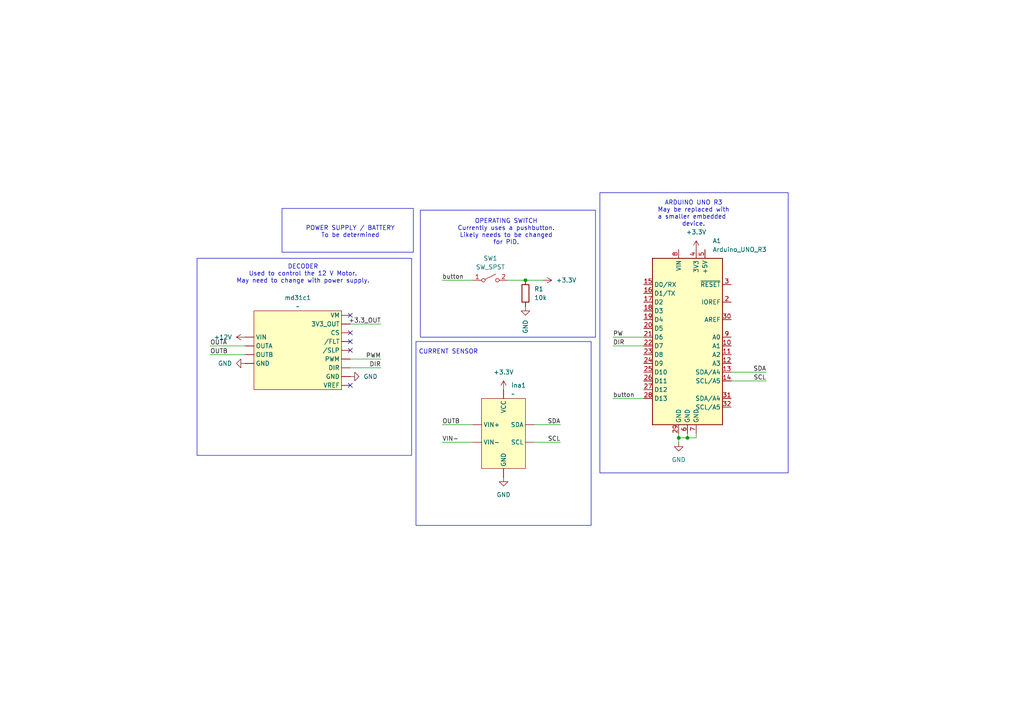
<source format=kicad_sch>
(kicad_sch (version 20231120) (generator "eeschema") (generator_version "8.0")
  (paper "A4")
  (lib_symbols
    (symbol "Device:R" (pin_numbers hide) (pin_names (offset 0))
      (property "Reference" "R" (at 2.032 0 90))
      (property "Value" "R" (at 0 0 90))
      (symbol "R_0_1"
        (rectangle (start -1.016 -2.54) (end 1.016 2.54) (stroke (width 0.254)))
      )
      (symbol "R_1_1"
        (pin passive line (at 0 3.81 270) (length 1.27) (name "~") (number "1"))
        (pin passive line (at 0 -3.81 90) (length 1.27) (name "~") (number "2"))
      )
    )
    (symbol "MCU_Module:Arduino_UNO_R3"
      (property "Reference" "A" (at -10.16 23.495 0))
      (property "Value" "Arduino_UNO_R3" (at 5.08 -26.67 0))
      (symbol "Arduino_UNO_R3_0_1"
        (rectangle (start -10.16 22.86) (end 10.16 -25.4) (stroke (width 0.254)) (fill (type background)))
      )
      (symbol "Arduino_UNO_R3_1_1"
        (pin no_connect line (at -10.16 -20.32 0) (length 2.54) hide (name "NC") (number "1"))
        (pin bidirectional line (at 12.7 -2.54 180) (length 2.54) (name "A1") (number "10"))
        (pin bidirectional line (at 12.7 -5.08 180) (length 2.54) (name "A2") (number "11"))
        (pin bidirectional line (at 12.7 -7.62 180) (length 2.54) (name "A3") (number "12"))
        (pin bidirectional line (at 12.7 -10.16 180) (length 2.54) (name "SDA/A4") (number "13"))
        (pin bidirectional line (at 12.7 -12.7 180) (length 2.54) (name "SCL/A5") (number "14"))
        (pin bidirectional line (at -12.7 15.24 0) (length 2.54) (name "D0/RX") (number "15"))
        (pin bidirectional line (at -12.7 12.7 0) (length 2.54) (name "D1/TX") (number "16"))
        (pin bidirectional line (at -12.7 10.16 0) (length 2.54) (name "D2") (number "17"))
        (pin bidirectional line (at -12.7 7.62 0) (length 2.54) (name "D3") (number "18"))
        (pin bidirectional line (at -12.7 5.08 0) (length 2.54) (name "D4") (number "19"))
        (pin output line (at 12.7 10.16 180) (length 2.54) (name "IOREF") (number "2"))
        (pin bidirectional line (at -12.7 2.54 0) (length 2.54) (name "D5") (number "20"))
        (pin bidirectional line (at -12.7 0 0) (length 2.54) (name "D6") (number "21"))
        (pin bidirectional line (at -12.7 -2.54 0) (length 2.54) (name "D7") (number "22"))
        (pin bidirectional line (at -12.7 -5.08 0) (length 2.54) (name "D8") (number "23"))
        (pin bidirectional line (at -12.7 -7.62 0) (length 2.54) (name "D9") (number "24"))
        (pin bidirectional line (at -12.7 -10.16 0) (length 2.54) (name "D10") (number "25"))
        (pin bidirectional line (at -12.7 -12.7 0) (length 2.54) (name "D11") (number "26"))
        (pin bidirectional line (at -12.7 -15.24 0) (length 2.54) (name "D12") (number "27"))
        (pin bidirectional line (at -12.7 -17.78 0) (length 2.54) (name "D13") (number "28"))
        (pin power_in line (at -2.54 -27.94 90) (length 2.54) (name "GND") (number "29"))
        (pin input line (at 12.7 15.24 180) (length 2.54) (name "~{RESET}") (number "3"))
        (pin input line (at 12.7 5.08 180) (length 2.54) (name "AREF") (number "30"))
        (pin bidirectional line (at 12.7 -17.78 180) (length 2.54) (name "SDA/A4") (number "31"))
        (pin bidirectional line (at 12.7 -20.32 180) (length 2.54) (name "SCL/A5") (number "32"))
        (pin power_out line (at 2.54 25.4 270) (length 2.54) (name "3V3") (number "4"))
        (pin power_out line (at 5.08 25.4 270) (length 2.54) (name "+5V") (number "5"))
        (pin power_in line (at 0 -27.94 90) (length 2.54) (name "GND") (number "6"))
        (pin power_in line (at 2.54 -27.94 90) (length 2.54) (name "GND") (number "7"))
        (pin power_in line (at -2.54 25.4 270) (length 2.54) (name "VIN") (number "8"))
        (pin bidirectional line (at 12.7 0 180) (length 2.54) (name "A0") (number "9"))
      )
    )
    (symbol "Motor_Biopsy_Needle:ina219"
      (property "Reference" "ina1" (at 2.1941 13.97 0))
      (property "Value" "~" (at 2.1941 11.43 0))
      (symbol "ina219_0_1"
        (rectangle (start -6.35 10.16) (end 6.35 -10.16) (fill (type background)))
      )
      (symbol "ina219_1_1"
        (pin power_in line (at 0 -12.7 90) (length 2.54) (name "GND") (number ""))
        (pin input line (at 8.89 -2.54 180) (length 2.54) (name "SCL") (number ""))
        (pin bidirectional line (at 8.89 2.54 180) (length 2.54) (name "SDA") (number ""))
        (pin power_in line (at 0 12.7 270) (length 2.54) (name "VCC") (number ""))
        (pin input line (at -8.89 2.54 0) (length 2.54) (name "VIN+") (number ""))
        (pin input line (at -8.89 -2.54 0) (length 2.54) (name "VIN-") (number ""))
      )
    )
    (symbol "Motor_Biopsy_Needle:md31c"
      (property "Reference" "md31c1" (at 0 15.24 0))
      (property "Value" "~" (at 0 12.7 0))
      (symbol "md31c_0_1"
        (rectangle (start -12.7 11.43) (end 12.7 -11.43) (fill (type background)))
      )
      (symbol "md31c_1_1"
        (pin output line (at -15.24 2.54 0) (length 2.54) (name "/FLT") (number ""))
        (pin input line (at -15.24 0 0) (length 2.54) (name "/SLP") (number ""))
        (pin output line (at -15.24 7.62 0) (length 2.54) (name "3V3_OUT") (number ""))
        (pin output line (at -15.24 5.08 0) (length 2.54) (name "CS") (number ""))
        (pin input line (at -15.24 -5.08 0) (length 2.54) (name "DIR") (number ""))
        (pin input line (at -15.24 -7.62 0) (length 2.54) (name "GND") (number ""))
        (pin input line (at 15.24 -3.81 180) (length 2.54) (name "GND") (number ""))
        (pin output line (at 15.24 1.27 180) (length 2.54) (name "OUTA") (number ""))
        (pin output line (at 15.24 -1.27 180) (length 2.54) (name "OUTB") (number ""))
        (pin input line (at -15.24 -2.54 0) (length 2.54) (name "PWM") (number ""))
        (pin input line (at 15.24 3.81 180) (length 2.54) (name "VIN") (number ""))
        (pin output line (at -15.24 10.16 0) (length 2.54) (name "VM") (number ""))
        (pin input line (at -15.24 -10.16 0) (length 2.54) (name "VREF") (number ""))
      )
    )
    (symbol "Switch:SW_SPST" (pin_names (offset 0) hide)
      (property "Reference" "SW" (at 0 3.175 0))
      (property "Value" "SW_SPST" (at 0 -2.54 0))
      (symbol "SW_SPST_0_0"
        (circle (center -2.032 0) (radius 0.508))
        (polyline (pts (xy -1.524 0.254) (xy 1.524 1.778)))
        (circle (center 2.032 0) (radius 0.508))
      )
      (symbol "SW_SPST_1_1"
        (pin passive line (at -5.08 0 0) (length 2.54) (name "A") (number "1"))
        (pin passive line (at 5.08 0 180) (length 2.54) (name "B") (number "2"))
      )
    )
    (symbol "power:+12V" (power) (pin_numbers hide) (pin_names (offset 0) hide)
      (property "Value" "+12V" (at 0 3.556 0))
      (symbol "+12V_0_1"
        (polyline (pts (xy -0.762 1.27) (xy 0 2.54)))
        (polyline (pts (xy 0 0) (xy 0 2.54)))
        (polyline (pts (xy 0 2.54) (xy 0.762 1.27)))
      )
      (symbol "+12V_1_1"
        (pin power_in line (at 0 0 90) (length 0) (name "~") (number "1"))
      )
    )
    (symbol "power:+3.3V" (power) (pin_numbers hide) (pin_names (offset 0) hide)
      (property "Value" "+3.3V" (at 0 3.556 0))
      (symbol "+3.3V_0_1"
        (polyline (pts (xy -0.762 1.27) (xy 0 2.54)))
        (polyline (pts (xy 0 0) (xy 0 2.54)))
        (polyline (pts (xy 0 2.54) (xy 0.762 1.27)))
      )
      (symbol "+3.3V_1_1"
        (pin power_in line (at 0 0 90) (length 0) (name "~") (number "1"))
      )
    )
    (symbol "power:GND" (power) (pin_numbers hide) (pin_names (offset 0) hide)
      (property "Value" "GND" (at 0 -3.81 0))
      (symbol "GND_0_1"
        (polyline (pts (xy 0 0) (xy 0 -1.27) (xy 1.27 -1.27) (xy 0 -2.54) (xy -1.27 -1.27) (xy 0 -1.27)))
      )
      (symbol "GND_1_1"
        (pin power_in line (at 0 0 270) (length 0) (name "~") (number "1"))
      )
    )
  )
  (junction (at 199.39 127))
  (junction (at 196.85 127))
  (junction (at 152.4 81.28))
  (no_connect (at 101.6 101.6))
  (no_connect (at 101.6 96.52))
  (no_connect (at 101.6 111.76))
  (no_connect (at 101.6 99.06))
  (no_connect (at 101.6 91.44))
  (wire (pts (xy 128.27 128.27) (xy 137.16 128.27)))
  (wire (pts (xy 199.39 127) (xy 201.93 127)))
  (wire (pts (xy 154.94 123.19) (xy 162.56 123.19)))
  (wire (pts (xy 177.8 97.79) (xy 186.69 97.79)))
  (wire (pts (xy 147.32 81.28) (xy 152.4 81.28)))
  (wire (pts (xy 212.09 110.49) (xy 222.25 110.49)))
  (wire (pts (xy 177.8 115.57) (xy 186.69 115.57)))
  (wire (pts (xy 60.96 100.33) (xy 71.12 100.33)))
  (wire (pts (xy 201.93 127) (xy 201.93 125.73)))
  (wire (pts (xy 196.85 128.27) (xy 196.85 127)))
  (wire (pts (xy 152.4 81.28) (xy 157.48 81.28)))
  (wire (pts (xy 154.94 128.27) (xy 162.56 128.27)))
  (wire (pts (xy 196.85 127) (xy 199.39 127)))
  (wire (pts (xy 101.6 106.68) (xy 110.49 106.68)))
  (wire (pts (xy 110.49 93.98) (xy 101.6 93.98)))
  (wire (pts (xy 60.96 102.87) (xy 71.12 102.87)))
  (wire (pts (xy 128.27 81.28) (xy 137.16 81.28)))
  (wire (pts (xy 212.09 107.95) (xy 222.25 107.95)))
  (wire (pts (xy 177.8 100.33) (xy 186.69 100.33)))
  (wire (pts (xy 128.27 123.19) (xy 137.16 123.19)))
  (wire (pts (xy 199.39 127) (xy 199.39 125.73)))
  (wire (pts (xy 196.85 127) (xy 196.85 125.73)))
  (wire (pts (xy 101.6 104.14) (xy 110.49 104.14)))
  (rectangle (start 173.99 55.88) (end 228.6 137.16))
  (rectangle (start 57.15 74.93) (end 119.38 132.08))
  (rectangle (start 120.65 99.06) (end 171.45 152.4))
  (rectangle (start 121.92 60.96) (end 172.72 97.79))
  (rectangle (start 81.788 60.452) (end 119.888 73.152))
  (text "ARDUINO UNO R3\nMay be replaced with\na smaller embedded \ndevice." (at 201.168 61.976 0) (effects (font (size 1.27 1.27))))
  (text "POWER SUPPLY / BATTERY\nTo be determined" (at 101.6 67.31 0) (effects (font (size 1.27 1.27))))
  (text "OPERATING SWITCH\nCurrently uses a pushbutton.\nLikely needs to be changed\nfor PID." (at 146.812 67.31 0) (effects (font (size 1.27 1.27))))
  (text "DECODER\nUsed to control the 12 V Motor.\nMay need to change with power supply." (at 87.884 79.502 0) (effects (font (size 1.27 1.27))))
  (text "CURRENT SENSOR" (at 130.048 102.108 0) (effects (font (size 1.27 1.27))))
  (label "SCL" (at 222.25 110.49 180))
  (label "OUTA" (at 60.96 100.33 0))
  (label "button" (at 128.27 81.28 0))
  (label "SDA" (at 222.25 107.95 180))
  (label "VIN-" (at 128.27 128.27 0))
  (label "SDA" (at 162.56 123.19 180))
  (label "+3.3_OUT" (at 110.49 93.98 180))
  (label "button" (at 177.8 115.57 0))
  (label "PW" (at 177.8 97.79 0))
  (label "OUTB" (at 128.27 123.19 0))
  (label "SCL" (at 162.56 128.27 180))
  (label "DIR" (at 177.8 100.33 0))
  (label "PWM" (at 110.49 104.14 180))
  (label "OUTB" (at 60.96 102.87 0))
  (label "DIR" (at 110.49 106.68 180))
  (symbol (lib_id "power:+12V") (at 71.12 97.79 90) (unit 1)
    (property "Reference" "#PWR08" (effects (hide yes)))
    (property "Value" "+12V" (at 67.31 97.7899 90) (effects (justify left)))
    (property "Description" "Power symbol creates a global label with name \"+12V\"" (effects (hide yes)))
  )
  (symbol (lib_id "power:+3.3V") (at 201.93 72.39 0) (unit 1)
    (property "Reference" "#PWR03" (effects (hide yes)))
    (property "Value" "+3.3V" (at 201.93 67.31 0))
    (property "Description" "Power symbol creates a global label with name \"+3.3V\"" (effects (hide yes)))
  )
  (symbol (lib_id "power:+3.3V") (at 146.05 113.03 0) (unit 1)
    (property "Reference" "#PWR02" (effects (hide yes)))
    (property "Value" "+3.3V" (at 146.05 107.95 0))
    (property "Description" "Power symbol creates a global label with name \"+3.3V\"" (effects (hide yes)))
  )
  (symbol (lib_id "Motor_Biopsy_Needle:ina219") (at 146.05 125.73 0) (unit 1)
    (property "Reference" "ina1" (at 148.2441 111.76 0) (effects (justify left)))
    (property "Value" "~" (at 148.2441 114.3 0) (effects (justify left)))
  )
  (symbol (lib_id "power:GND") (at 146.05 138.43 0) (unit 1)
    (property "Reference" "#PWR04" (effects (hide yes)))
    (property "Value" "GND" (at 146.05 143.51 0))
    (property "Description" "Power symbol creates a global label with name \"GND\" , ground" (effects (hide yes)))
  )
  (symbol (lib_id "power:GND") (at 71.12 105.41 270) (mirror x) (unit 1)
    (property "Reference" "#PWR05" (effects (hide yes)))
    (property "Value" "GND" (at 67.31 105.4099 90) (effects (justify right)))
    (property "Description" "Power symbol creates a global label with name \"GND\" , ground" (effects (hide yes)))
  )
  (symbol (lib_id "Switch:SW_SPST") (at 142.24 81.28 0) (unit 1)
    (property "Reference" "SW1" (at 142.24 74.93 0))
    (property "Value" "SW_SPST" (at 142.24 77.47 0))
    (property "Description" "Single Pole Single Throw (SPST) switch" (effects (hide yes)))
  )
  (symbol (lib_id "MCU_Module:Arduino_UNO_R3") (at 199.39 97.79 0) (unit 1)
    (property "Reference" "A1" (at 206.6641 69.85 0) (effects (justify left)))
    (property "Value" "Arduino_UNO_R3" (at 206.6641 72.39 0) (effects (justify left)))
    (property "Footprint" "Module:Arduino_UNO_R3" (effects (hide yes)))
    (property "Datasheet" "https://www.arduino.cc/en/Main/arduinoBoardUno" (effects (hide yes)))
    (property "Description" "Arduino UNO Microcontroller Module, release 3" (effects (hide yes)))
  )
  (symbol (lib_id "Device:R") (at 152.4 85.09 0) (unit 1)
    (property "Reference" "R1" (at 154.94 83.8199 0) (effects (justify left)))
    (property "Value" "10k" (at 154.94 86.3599 0) (effects (justify left)))
    (property "Description" "Resistor" (effects (hide yes)))
  )
  (symbol (lib_id "Motor_Biopsy_Needle:md31c") (at 86.36 101.6 0) (mirror y) (unit 1)
    (property "Reference" "md31c1" (at 86.36 86.36 0))
    (property "Value" "~" (at 86.36 88.9 0))
  )
  (symbol (lib_id "power:GND") (at 196.85 128.27 0) (unit 1)
    (property "Reference" "#PWR07" (effects (hide yes)))
    (property "Value" "GND" (at 196.85 133.35 0))
    (property "Description" "Power symbol creates a global label with name \"GND\" , ground" (effects (hide yes)))
  )
  (symbol (lib_id "power:GND") (at 152.4 88.9 0) (unit 1)
    (property "Reference" "#PWR01" (effects (hide yes)))
    (property "Value" "GND" (at 152.4001 92.71 90) (effects (justify right)))
    (property "Description" "Power symbol creates a global label with name \"GND\" , ground" (effects (hide yes)))
  )
  (symbol (lib_id "power:GND") (at 101.6 109.22 90) (mirror x) (unit 1)
    (property "Reference" "#PWR06" (effects (hide yes)))
    (property "Value" "GND" (at 105.41 109.2199 90) (effects (justify right)))
    (property "Description" "Power symbol creates a global label with name \"GND\" , ground" (effects (hide yes)))
  )
  (symbol (lib_id "power:+3.3V") (at 157.48 81.28 270) (unit 1)
    (property "Reference" "#PWR09" (effects (hide yes)))
    (property "Value" "+3.3V" (at 161.29 81.2799 90) (effects (justify left)))
    (property "Description" "Power symbol creates a global label with name \"+3.3V\"" (effects (hide yes)))
  )
)
</source>
